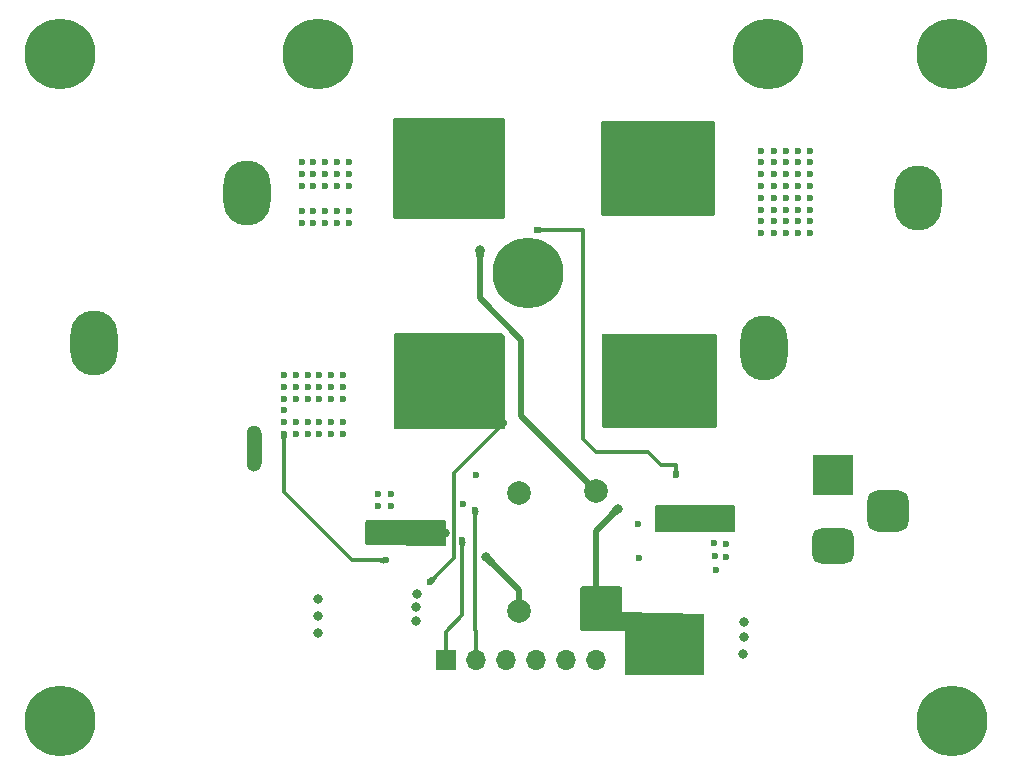
<source format=gbl>
G04 #@! TF.GenerationSoftware,KiCad,Pcbnew,8.0.4*
G04 #@! TF.CreationDate,2024-11-20T17:04:54-05:00*
G04 #@! TF.ProjectId,big_hbridge,6269675f-6862-4726-9964-67652e6b6963,rev?*
G04 #@! TF.SameCoordinates,Original*
G04 #@! TF.FileFunction,Copper,L4,Bot*
G04 #@! TF.FilePolarity,Positive*
%FSLAX46Y46*%
G04 Gerber Fmt 4.6, Leading zero omitted, Abs format (unit mm)*
G04 Created by KiCad (PCBNEW 8.0.4) date 2024-11-20 17:04:54*
%MOMM*%
%LPD*%
G01*
G04 APERTURE LIST*
G04 Aperture macros list*
%AMRoundRect*
0 Rectangle with rounded corners*
0 $1 Rounding radius*
0 $2 $3 $4 $5 $6 $7 $8 $9 X,Y pos of 4 corners*
0 Add a 4 corners polygon primitive as box body*
4,1,4,$2,$3,$4,$5,$6,$7,$8,$9,$2,$3,0*
0 Add four circle primitives for the rounded corners*
1,1,$1+$1,$2,$3*
1,1,$1+$1,$4,$5*
1,1,$1+$1,$6,$7*
1,1,$1+$1,$8,$9*
0 Add four rect primitives between the rounded corners*
20,1,$1+$1,$2,$3,$4,$5,0*
20,1,$1+$1,$4,$5,$6,$7,0*
20,1,$1+$1,$6,$7,$8,$9,0*
20,1,$1+$1,$8,$9,$2,$3,0*%
G04 Aperture macros list end*
G04 #@! TA.AperFunction,EtchedComponent*
%ADD10C,0.000000*%
G04 #@! TD*
G04 #@! TA.AperFunction,ComponentPad*
%ADD11O,4.000000X5.500000*%
G04 #@! TD*
G04 #@! TA.AperFunction,ComponentPad*
%ADD12R,3.500000X3.500000*%
G04 #@! TD*
G04 #@! TA.AperFunction,ComponentPad*
%ADD13RoundRect,0.750000X1.000000X-0.750000X1.000000X0.750000X-1.000000X0.750000X-1.000000X-0.750000X0*%
G04 #@! TD*
G04 #@! TA.AperFunction,ComponentPad*
%ADD14RoundRect,0.875000X0.875000X-0.875000X0.875000X0.875000X-0.875000X0.875000X-0.875000X-0.875000X0*%
G04 #@! TD*
G04 #@! TA.AperFunction,ComponentPad*
%ADD15C,2.000000*%
G04 #@! TD*
G04 #@! TA.AperFunction,ComponentPad*
%ADD16R,1.700000X1.700000*%
G04 #@! TD*
G04 #@! TA.AperFunction,ComponentPad*
%ADD17O,1.700000X1.700000*%
G04 #@! TD*
G04 #@! TA.AperFunction,ComponentPad*
%ADD18C,6.000000*%
G04 #@! TD*
G04 #@! TA.AperFunction,ComponentPad*
%ADD19C,1.300000*%
G04 #@! TD*
G04 #@! TA.AperFunction,ViaPad*
%ADD20C,0.500000*%
G04 #@! TD*
G04 #@! TA.AperFunction,ViaPad*
%ADD21C,0.600000*%
G04 #@! TD*
G04 #@! TA.AperFunction,ViaPad*
%ADD22C,0.800000*%
G04 #@! TD*
G04 #@! TA.AperFunction,Conductor*
%ADD23C,0.300000*%
G04 #@! TD*
G04 #@! TA.AperFunction,Conductor*
%ADD24C,0.500000*%
G04 #@! TD*
G04 APERTURE END LIST*
D10*
G04 #@! TA.AperFunction,EtchedComponent*
G36*
X20650000Y-38200000D02*
G01*
X19350000Y-38200000D01*
X19350000Y-35600000D01*
X20650000Y-35600000D01*
X20650000Y-38200000D01*
G37*
G04 #@! TD.AperFunction*
D11*
X63157671Y-28402415D03*
X76157671Y-15722415D03*
D12*
X68950000Y-39200000D03*
D13*
X68950000Y-45200000D03*
D14*
X73650000Y-42200000D03*
D15*
X48937501Y-50537501D03*
X48937501Y-40537501D03*
D16*
X36220000Y-54800000D03*
D17*
X38760000Y-54800000D03*
X41300000Y-54800000D03*
X43840000Y-54800000D03*
X46380000Y-54800000D03*
X48920000Y-54800000D03*
D18*
X3500000Y-60000000D03*
D15*
X42400000Y-50700000D03*
X42400000Y-40700000D03*
D18*
X79050000Y-3500000D03*
X3500000Y-3500000D03*
D11*
X6400000Y-28000000D03*
X19400000Y-15320000D03*
D18*
X79050000Y-60000000D03*
X63500000Y-3500000D03*
X43180000Y-22100000D03*
X25400000Y-3500000D03*
D19*
X20000000Y-38200000D03*
X20000000Y-35600000D03*
D20*
X38400000Y-33100000D03*
X33500000Y-30200000D03*
X32200000Y-34200000D03*
X38400000Y-29300000D03*
X34800000Y-32100000D03*
X39500000Y-29300000D03*
X39500000Y-33100000D03*
X37100000Y-27500000D03*
X37200000Y-29300000D03*
X32200000Y-33400000D03*
X39900000Y-27500000D03*
X32200000Y-29800000D03*
X38400000Y-31200000D03*
X40900000Y-29000000D03*
X33800000Y-34900000D03*
X39500000Y-30200000D03*
X33200000Y-27600000D03*
X40900000Y-29700000D03*
X39500000Y-31200000D03*
X41000000Y-32500000D03*
X37500000Y-34900000D03*
X35500000Y-27500000D03*
X32200000Y-34900000D03*
X34600000Y-34900000D03*
X40900000Y-28200000D03*
X36000000Y-29300000D03*
X39200000Y-34900000D03*
X34800000Y-33100000D03*
X36000000Y-32100000D03*
D21*
X34900000Y-48200000D03*
D20*
X33500000Y-29300000D03*
X32200000Y-31900000D03*
X32200000Y-31200000D03*
X37200000Y-32100000D03*
X37200000Y-33100000D03*
X33500000Y-31200000D03*
D21*
X41100000Y-34800000D03*
D20*
X39200000Y-27500000D03*
X35400000Y-34900000D03*
X33000000Y-34900000D03*
X34000000Y-27500000D03*
X32400000Y-27600000D03*
X32200000Y-32600000D03*
X33500000Y-32100000D03*
X36700000Y-34900000D03*
X40600000Y-27500000D03*
X36000000Y-31200000D03*
X34800000Y-29300000D03*
X36100000Y-34900000D03*
X37200000Y-31200000D03*
X32200000Y-30500000D03*
X41000000Y-31100000D03*
X40900000Y-30400000D03*
X40900000Y-31800000D03*
X38300000Y-34900000D03*
X34700000Y-27500000D03*
X38400000Y-30200000D03*
X40800000Y-34000000D03*
X38400000Y-27500000D03*
X32200000Y-28300000D03*
X38400000Y-32100000D03*
X39500000Y-32100000D03*
X34800000Y-31200000D03*
X37200000Y-30200000D03*
X34800000Y-30200000D03*
X40900000Y-33300000D03*
X32200000Y-29100000D03*
X37700000Y-27500000D03*
X36000000Y-30200000D03*
X36000000Y-33100000D03*
X40000000Y-34900000D03*
X36300000Y-27500000D03*
X33500000Y-33100000D03*
X39500000Y-9500000D03*
X39500000Y-12000000D03*
X40900000Y-11000000D03*
X33200000Y-9500000D03*
X32200000Y-16000000D03*
X34900000Y-16800000D03*
X37600000Y-16800000D03*
X36000000Y-13000000D03*
X37200000Y-13000000D03*
X38400000Y-13000000D03*
X38400000Y-12000000D03*
X38400000Y-14900000D03*
X33100000Y-16800000D03*
X32300000Y-9500000D03*
X40900000Y-13500000D03*
X34000000Y-16800000D03*
X40900000Y-10200000D03*
X34100000Y-9500000D03*
X36800000Y-9500000D03*
D22*
X39100000Y-20100000D03*
D20*
X40900000Y-15100000D03*
X40300000Y-9500000D03*
X39500000Y-14900000D03*
X33500000Y-12000000D03*
X40900000Y-16000000D03*
X34800000Y-13000000D03*
X32200000Y-13500000D03*
X38500000Y-16800000D03*
X32200000Y-15200000D03*
X39300000Y-16800000D03*
X32200000Y-11100000D03*
X32200000Y-10300000D03*
X40900000Y-12600000D03*
X34800000Y-13900000D03*
X39500000Y-13000000D03*
X39500000Y-13900000D03*
X37200000Y-14900000D03*
X38400000Y-11100000D03*
D21*
X55700000Y-39200000D03*
D20*
X40900000Y-16800000D03*
X36000000Y-11100000D03*
X35000000Y-9500000D03*
X32200000Y-11900000D03*
X33500000Y-11100000D03*
X36700000Y-16800000D03*
X38400000Y-13900000D03*
X33500000Y-13900000D03*
X32200000Y-16800000D03*
X32200000Y-14300000D03*
X34800000Y-11100000D03*
X40100000Y-16800000D03*
X37200000Y-11100000D03*
X34800000Y-12000000D03*
X36000000Y-12000000D03*
X36000000Y-14900000D03*
X37700000Y-9500000D03*
X38600000Y-9500000D03*
X40900000Y-14300000D03*
D21*
X43900000Y-18400000D03*
D20*
X35900000Y-9500000D03*
X39500000Y-11100000D03*
X34800000Y-14900000D03*
X40900000Y-11800000D03*
X33500000Y-14900000D03*
X33500000Y-13000000D03*
X32200000Y-12700000D03*
X36000000Y-13900000D03*
X37200000Y-13900000D03*
X35800000Y-16800000D03*
X37200000Y-12000000D03*
D21*
X31100000Y-46400000D03*
X22500000Y-32700000D03*
X64000000Y-13700000D03*
X26000000Y-13700000D03*
X66000000Y-14700000D03*
X26500000Y-32700000D03*
X22500000Y-30700000D03*
X26000000Y-14700000D03*
X67000000Y-15700000D03*
X23500000Y-34700000D03*
X65000000Y-16700000D03*
X66000000Y-15700000D03*
X22500000Y-34700000D03*
X25500000Y-31700000D03*
X67000000Y-11700000D03*
X64000000Y-15700000D03*
X65000000Y-11700000D03*
X26500000Y-30700000D03*
X67000000Y-16700000D03*
X64000000Y-18700000D03*
X26500000Y-34700000D03*
X62900000Y-18700000D03*
X25000000Y-14700000D03*
X26500000Y-35700000D03*
X27000000Y-12700000D03*
X25000000Y-13700000D03*
X65000000Y-15700000D03*
X65000000Y-12700000D03*
X67000000Y-17700000D03*
X27500000Y-35700000D03*
X28000000Y-13700000D03*
X67000000Y-13700000D03*
X25500000Y-34700000D03*
X62900000Y-14700000D03*
X28000000Y-17800000D03*
X22500000Y-33700000D03*
X22500000Y-35700000D03*
X25000000Y-12700000D03*
X23500000Y-35700000D03*
X64000000Y-17700000D03*
X24000000Y-13700000D03*
X27500000Y-31700000D03*
X27500000Y-34700000D03*
X66000000Y-13700000D03*
X64000000Y-14700000D03*
X25500000Y-30700000D03*
X25000000Y-16800000D03*
X24000000Y-17800000D03*
X65000000Y-18700000D03*
X24000000Y-14700000D03*
X23500000Y-32700000D03*
X24500000Y-31700000D03*
X66000000Y-18700000D03*
X22500000Y-31700000D03*
X62900000Y-17700000D03*
X65000000Y-13700000D03*
X24000000Y-16800000D03*
X26500000Y-31700000D03*
X24000000Y-12700000D03*
X28000000Y-14700000D03*
X25500000Y-32700000D03*
X24500000Y-35700000D03*
X66000000Y-16700000D03*
X64000000Y-11700000D03*
X27000000Y-16800000D03*
X25000000Y-17800000D03*
X24500000Y-30700000D03*
X64000000Y-16700000D03*
X62900000Y-16700000D03*
X62900000Y-13700000D03*
X65000000Y-14700000D03*
X66000000Y-12700000D03*
X66000000Y-11700000D03*
X25500000Y-35700000D03*
X28000000Y-16800000D03*
X27500000Y-30700000D03*
X28000000Y-12700000D03*
X26000000Y-12700000D03*
X66000000Y-17700000D03*
X67000000Y-14700000D03*
X67000000Y-18700000D03*
X27000000Y-17800000D03*
X23500000Y-31700000D03*
X27000000Y-14700000D03*
X65000000Y-17700000D03*
X26000000Y-16800000D03*
X62900000Y-12700000D03*
X27500000Y-32700000D03*
X62900000Y-11700000D03*
X64000000Y-12700000D03*
X27000000Y-13700000D03*
X24500000Y-32700000D03*
X67000000Y-12700000D03*
X26000000Y-17800000D03*
X23500000Y-30700000D03*
X24500000Y-34700000D03*
X62900000Y-15700000D03*
D20*
X57400000Y-14000000D03*
X50000000Y-30400000D03*
X57000000Y-27700000D03*
X56300000Y-14000000D03*
X53800000Y-30000000D03*
X53800000Y-9600000D03*
X52700000Y-27700000D03*
X56300000Y-12100000D03*
X58100000Y-16900000D03*
X55100000Y-15000000D03*
X55100000Y-13100000D03*
X56700000Y-16900000D03*
X53900000Y-11200000D03*
X56000000Y-9600000D03*
X57400000Y-15000000D03*
X56200000Y-31900000D03*
X55300000Y-9600000D03*
X52700000Y-15000000D03*
X53800000Y-29100000D03*
X56700000Y-9600000D03*
X50000000Y-27600000D03*
X50600000Y-9600000D03*
X56200000Y-27700000D03*
X58700000Y-10800000D03*
X55100000Y-14000000D03*
X56300000Y-15000000D03*
X58700000Y-12900000D03*
X50100000Y-13300000D03*
X52600000Y-30000000D03*
X51300000Y-31900000D03*
X55000000Y-31900000D03*
X56800000Y-34800000D03*
X58600000Y-27700000D03*
X55100000Y-12100000D03*
X55400000Y-27700000D03*
X52200000Y-34800000D03*
X55300000Y-34800000D03*
X52600000Y-32900000D03*
X52200000Y-9600000D03*
X50300000Y-16900000D03*
X50600000Y-34800000D03*
X58700000Y-11400000D03*
X49900000Y-32600000D03*
X57400000Y-11200000D03*
X57500000Y-9600000D03*
X58700000Y-13600000D03*
X49900000Y-28300000D03*
X57300000Y-31900000D03*
X50900000Y-27500000D03*
X52700000Y-11200000D03*
X53900000Y-14000000D03*
X53800000Y-31000000D03*
X50000000Y-10200000D03*
X56200000Y-30000000D03*
X55000000Y-31000000D03*
X52600000Y-29100000D03*
X51800000Y-27600000D03*
X55000000Y-30000000D03*
X58700000Y-15700000D03*
X57400000Y-12100000D03*
X58700000Y-33500000D03*
X50000000Y-15400000D03*
X49900000Y-34000000D03*
X51400000Y-14000000D03*
X54000000Y-16900000D03*
X58700000Y-15000000D03*
X53200000Y-16900000D03*
X52700000Y-12100000D03*
X56200000Y-32900000D03*
X52600000Y-31000000D03*
X58700000Y-12100000D03*
X58700000Y-34300000D03*
X55100000Y-11200000D03*
X53600000Y-34800000D03*
X55000000Y-29100000D03*
X50100000Y-12500000D03*
X54500000Y-9600000D03*
X57300000Y-30000000D03*
X53900000Y-12100000D03*
X56100000Y-34800000D03*
X57300000Y-31000000D03*
X57800000Y-27700000D03*
X58700000Y-28600000D03*
X50100000Y-11000000D03*
X57500000Y-34800000D03*
X51300000Y-31000000D03*
X58200000Y-9600000D03*
X52600000Y-31900000D03*
X53800000Y-31900000D03*
X53900000Y-13100000D03*
X51300000Y-32900000D03*
X50000000Y-28900000D03*
X52900000Y-34800000D03*
X50000000Y-13900000D03*
X51400000Y-9600000D03*
X51700000Y-16900000D03*
X50000000Y-31900000D03*
X51400000Y-12100000D03*
X49700000Y-16700000D03*
X49900000Y-31100000D03*
X52400000Y-16900000D03*
X51400000Y-13100000D03*
X51000000Y-16900000D03*
X50000000Y-14700000D03*
X56000000Y-16900000D03*
X52700000Y-14000000D03*
X51400000Y-34800000D03*
X58700000Y-32700000D03*
X51300000Y-30000000D03*
X56200000Y-31000000D03*
X58700000Y-31000000D03*
X54500000Y-27700000D03*
X50000000Y-33300000D03*
X50100000Y-11700000D03*
X49800000Y-34800000D03*
X57400000Y-16900000D03*
X54500000Y-34800000D03*
X52700000Y-13100000D03*
X51400000Y-15000000D03*
X53000000Y-9600000D03*
X57400000Y-13100000D03*
X57300000Y-29100000D03*
X53600000Y-27600000D03*
X58700000Y-31800000D03*
X57300000Y-32900000D03*
X58700000Y-29400000D03*
X56300000Y-11200000D03*
X53800000Y-32900000D03*
X50000000Y-29600000D03*
X58700000Y-10100000D03*
X56300000Y-13100000D03*
X58200000Y-34800000D03*
X55000000Y-32900000D03*
X58700000Y-30200000D03*
X58700000Y-14300000D03*
X55300000Y-16900000D03*
X51300000Y-29100000D03*
X56200000Y-29100000D03*
X51400000Y-11200000D03*
X50000000Y-16100000D03*
X54700000Y-16900000D03*
X58700000Y-16400000D03*
X53900000Y-15000000D03*
D21*
X31600000Y-41800000D03*
X59900000Y-45000000D03*
X31600000Y-40800000D03*
D22*
X25400000Y-52500000D03*
D21*
X59000000Y-46000000D03*
D22*
X61450000Y-52850000D03*
D21*
X30500000Y-41800000D03*
D22*
X61400000Y-54350000D03*
X25350000Y-49650000D03*
X61450000Y-51600000D03*
X25350000Y-51100000D03*
D21*
X59100000Y-47200000D03*
X30500000Y-40800000D03*
X59900000Y-46100000D03*
X58884690Y-44961563D03*
D22*
X36100000Y-44100000D03*
D21*
X31700000Y-43600000D03*
D22*
X56300000Y-42900000D03*
D21*
X30800000Y-43600000D03*
D22*
X33100000Y-44100000D03*
D21*
X58500000Y-42200000D03*
D22*
X57300000Y-42900000D03*
D21*
X30800000Y-44500000D03*
X52500000Y-43300000D03*
X60100000Y-42200000D03*
X30000000Y-44500000D03*
D22*
X34100000Y-44100000D03*
D21*
X52550000Y-46150000D03*
X37700000Y-41600000D03*
X58500000Y-43500000D03*
X30000000Y-43600000D03*
D22*
X54500000Y-42900000D03*
D21*
X31700000Y-44600000D03*
X60100000Y-43500000D03*
X38800000Y-39200000D03*
D22*
X55400000Y-42900000D03*
D21*
X59400000Y-42800000D03*
D22*
X35100000Y-44100000D03*
D21*
X37600000Y-44700000D03*
X38700000Y-42100000D03*
D22*
X33700000Y-51500000D03*
X33700000Y-50300000D03*
X39600000Y-46100000D03*
X33750000Y-49250000D03*
X52300000Y-52450000D03*
X52300000Y-51350000D03*
X52300000Y-53600000D03*
X50800000Y-42000000D03*
X52300000Y-54700000D03*
D23*
X34900000Y-48200000D02*
X36912499Y-46187501D01*
X36912499Y-38987501D02*
X41100000Y-34800000D01*
X36912499Y-46187501D02*
X36912499Y-38987501D01*
X54400000Y-38300000D02*
X55700000Y-38300000D01*
D24*
X42600000Y-27700000D02*
X39100000Y-24200000D01*
X42600000Y-34200000D02*
X42600000Y-27700000D01*
D23*
X55700000Y-38300000D02*
X55700000Y-39200000D01*
X53300000Y-37200000D02*
X54400000Y-38300000D01*
X48900000Y-37200000D02*
X53300000Y-37200000D01*
X47800000Y-18400000D02*
X47800000Y-36100000D01*
D24*
X39100000Y-24200000D02*
X39100000Y-20100000D01*
X48937501Y-40537501D02*
X42600000Y-34200000D01*
D23*
X47800000Y-36100000D02*
X48900000Y-37200000D01*
X43900000Y-18400000D02*
X47800000Y-18400000D01*
X22500000Y-40600000D02*
X22500000Y-35700000D01*
X28300000Y-46400000D02*
X22500000Y-40600000D01*
X31100000Y-46400000D02*
X28300000Y-46400000D01*
X36220000Y-52430000D02*
X36220000Y-54800000D01*
X37600000Y-51050000D02*
X36220000Y-52430000D01*
X37600000Y-44700000D02*
X37600000Y-51050000D01*
X38760000Y-52360000D02*
X38760000Y-54800000D01*
X38700000Y-42100000D02*
X38700000Y-52300000D01*
X38700000Y-52300000D02*
X38760000Y-52360000D01*
D24*
X42400000Y-50700000D02*
X42400000Y-48900000D01*
X42400000Y-48900000D02*
X39600000Y-46100000D01*
X48937501Y-50537501D02*
X48937501Y-43862499D01*
X48937501Y-43862499D02*
X50800000Y-42000000D01*
G04 #@! TA.AperFunction,Conductor*
G36*
X41004310Y-27169685D02*
G01*
X41024952Y-27186319D01*
X41163681Y-27325048D01*
X41197166Y-27386371D01*
X41200000Y-27412729D01*
X41200000Y-35176000D01*
X41180315Y-35243039D01*
X41127511Y-35288794D01*
X41076000Y-35300000D01*
X31924000Y-35300000D01*
X31856961Y-35280315D01*
X31811206Y-35227511D01*
X31800000Y-35176000D01*
X31800000Y-27274000D01*
X31819685Y-27206961D01*
X31872489Y-27161206D01*
X31924000Y-27150000D01*
X40937271Y-27150000D01*
X41004310Y-27169685D01*
G37*
G04 #@! TD.AperFunction*
G04 #@! TA.AperFunction,Conductor*
G36*
X41143039Y-8969685D02*
G01*
X41188794Y-9022489D01*
X41200000Y-9074000D01*
X41200000Y-17326000D01*
X41180315Y-17393039D01*
X41127511Y-17438794D01*
X41076000Y-17450000D01*
X31874000Y-17450000D01*
X31806961Y-17430315D01*
X31761206Y-17377511D01*
X31750000Y-17326000D01*
X31750000Y-9074000D01*
X31769685Y-9006961D01*
X31822489Y-8961206D01*
X31874000Y-8950000D01*
X41076000Y-8950000D01*
X41143039Y-8969685D01*
G37*
G04 #@! TD.AperFunction*
G04 #@! TA.AperFunction,Conductor*
G36*
X58943039Y-9219685D02*
G01*
X58988794Y-9272489D01*
X59000000Y-9324000D01*
X59000000Y-17076000D01*
X58980315Y-17143039D01*
X58927511Y-17188794D01*
X58876000Y-17200000D01*
X49474000Y-17200000D01*
X49406961Y-17180315D01*
X49361206Y-17127511D01*
X49350000Y-17076000D01*
X49350000Y-9324000D01*
X49369685Y-9256961D01*
X49422489Y-9211206D01*
X49474000Y-9200000D01*
X58876000Y-9200000D01*
X58943039Y-9219685D01*
G37*
G04 #@! TD.AperFunction*
G04 #@! TA.AperFunction,Conductor*
G36*
X36205038Y-43019685D02*
G01*
X36250793Y-43072489D01*
X36261999Y-43124000D01*
X36261999Y-45069570D01*
X36242314Y-45136609D01*
X36189510Y-45182364D01*
X36136277Y-45193558D01*
X29522278Y-45101698D01*
X29455518Y-45081084D01*
X29410501Y-45027650D01*
X29400000Y-44977710D01*
X29400000Y-43124000D01*
X29419685Y-43056961D01*
X29472489Y-43011206D01*
X29524000Y-43000000D01*
X36137999Y-43000000D01*
X36205038Y-43019685D01*
G37*
G04 #@! TD.AperFunction*
G04 #@! TA.AperFunction,Conductor*
G36*
X60643039Y-41719685D02*
G01*
X60688794Y-41772489D01*
X60700000Y-41824000D01*
X60700000Y-43876000D01*
X60680315Y-43943039D01*
X60627511Y-43988794D01*
X60576000Y-44000000D01*
X54024000Y-44000000D01*
X53956961Y-43980315D01*
X53911206Y-43927511D01*
X53900000Y-43876000D01*
X53900000Y-41824000D01*
X53919685Y-41756961D01*
X53972489Y-41711206D01*
X54024000Y-41700000D01*
X60576000Y-41700000D01*
X60643039Y-41719685D01*
G37*
G04 #@! TD.AperFunction*
G04 #@! TA.AperFunction,Conductor*
G36*
X59093039Y-27219685D02*
G01*
X59138794Y-27272489D01*
X59150000Y-27324000D01*
X59150000Y-35026000D01*
X59130315Y-35093039D01*
X59077511Y-35138794D01*
X59026000Y-35150000D01*
X49574000Y-35150000D01*
X49506961Y-35130315D01*
X49461206Y-35077511D01*
X49450000Y-35026000D01*
X49450000Y-27324000D01*
X49469685Y-27256961D01*
X49522489Y-27211206D01*
X49574000Y-27200000D01*
X59026000Y-27200000D01*
X59093039Y-27219685D01*
G37*
G04 #@! TD.AperFunction*
G04 #@! TA.AperFunction,Conductor*
G36*
X51043039Y-48619685D02*
G01*
X51088794Y-48672489D01*
X51100000Y-48724000D01*
X51100000Y-50800000D01*
X57977773Y-50898253D01*
X57983423Y-50900000D01*
X52200000Y-50900000D01*
X52200000Y-52400000D01*
X51400000Y-52400000D01*
X47724000Y-52400000D01*
X47656961Y-52380315D01*
X47611206Y-52327511D01*
X47600000Y-52276000D01*
X47600000Y-48724000D01*
X47619685Y-48656961D01*
X47672489Y-48611206D01*
X47724000Y-48600000D01*
X50976000Y-48600000D01*
X51043039Y-48619685D01*
G37*
G04 #@! TD.AperFunction*
G04 #@! TA.AperFunction,Conductor*
G36*
X58044523Y-50918893D02*
G01*
X58089519Y-50972345D01*
X58100000Y-51022240D01*
X58100000Y-55976000D01*
X58080315Y-56043039D01*
X58027511Y-56088794D01*
X57976000Y-56100000D01*
X51524000Y-56100000D01*
X51456961Y-56080315D01*
X51411206Y-56027511D01*
X51400000Y-55976000D01*
X51400000Y-52400000D01*
X52200000Y-52400000D01*
X52200000Y-50900000D01*
X57983421Y-50900000D01*
X58044523Y-50918893D01*
G37*
G04 #@! TD.AperFunction*
G04 #@! TA.AperFunction,Conductor*
G36*
X35224581Y-47676053D02*
G01*
X35423946Y-47875418D01*
X35427373Y-47883691D01*
X35425773Y-47889596D01*
X35182298Y-48306023D01*
X35175164Y-48311436D01*
X35167754Y-48310941D01*
X34903815Y-48202563D01*
X34897463Y-48196251D01*
X34897436Y-48196184D01*
X34789058Y-47932245D01*
X34789085Y-47923290D01*
X34793974Y-47917702D01*
X35210406Y-47674225D01*
X35219274Y-47673008D01*
X35224581Y-47676053D01*
G37*
G04 #@! TD.AperFunction*
G04 #@! TA.AperFunction,Conductor*
G36*
X41100707Y-34799293D02*
G01*
X41210941Y-35067753D01*
X41210914Y-35076708D01*
X41206024Y-35082297D01*
X41200000Y-35085819D01*
X41200000Y-35085820D01*
X40833677Y-35300000D01*
X40833676Y-35300000D01*
X40789596Y-35325772D01*
X40780725Y-35326990D01*
X40775418Y-35323945D01*
X40751473Y-35300000D01*
X40751472Y-35300000D01*
X40569670Y-35118198D01*
X40822836Y-34685195D01*
X41100707Y-34799293D01*
G37*
G04 #@! TD.AperFunction*
G04 #@! TA.AperFunction,Conductor*
G36*
X55849244Y-38603427D02*
G01*
X55852289Y-38608734D01*
X55974584Y-39075354D01*
X55973366Y-39084225D01*
X55967777Y-39089116D01*
X55704511Y-39199115D01*
X55695556Y-39199142D01*
X55695489Y-39199115D01*
X55432222Y-39089116D01*
X55425910Y-39082764D01*
X55425415Y-39075354D01*
X55547711Y-38608734D01*
X55553124Y-38601600D01*
X55559029Y-38600000D01*
X55840971Y-38600000D01*
X55849244Y-38603427D01*
G37*
G04 #@! TD.AperFunction*
G04 #@! TA.AperFunction,Conductor*
G36*
X39485939Y-20099964D02*
G01*
X39494202Y-20103412D01*
X39497608Y-20111693D01*
X39497408Y-20113820D01*
X39351790Y-20890456D01*
X39346897Y-20897956D01*
X39340290Y-20900000D01*
X38859710Y-20900000D01*
X38851437Y-20896573D01*
X38848210Y-20890456D01*
X38702591Y-20113820D01*
X38704435Y-20105057D01*
X38711935Y-20100164D01*
X38714052Y-20099964D01*
X39100000Y-20099000D01*
X39485939Y-20099964D01*
G37*
G04 #@! TD.AperFunction*
G04 #@! TA.AperFunction,Conductor*
G36*
X44491267Y-18247711D02*
G01*
X44498400Y-18253123D01*
X44500000Y-18259028D01*
X44500000Y-18540971D01*
X44496573Y-18549244D01*
X44491266Y-18552289D01*
X44024645Y-18674584D01*
X44015774Y-18673366D01*
X44010883Y-18667777D01*
X43999902Y-18641497D01*
X43900883Y-18404509D01*
X43900857Y-18395556D01*
X43900862Y-18395542D01*
X44010883Y-18132221D01*
X44017235Y-18125910D01*
X44024645Y-18125415D01*
X44491267Y-18247711D01*
G37*
G04 #@! TD.AperFunction*
G04 #@! TA.AperFunction,Conductor*
G36*
X22741497Y-35799902D02*
G01*
X22767777Y-35810883D01*
X22774089Y-35817235D01*
X22774584Y-35824645D01*
X22652289Y-36291266D01*
X22646876Y-36298400D01*
X22640971Y-36300000D01*
X22359029Y-36300000D01*
X22350756Y-36296573D01*
X22347711Y-36291266D01*
X22225415Y-35824645D01*
X22226633Y-35815774D01*
X22232221Y-35810883D01*
X22495490Y-35700883D01*
X22504444Y-35700857D01*
X22741497Y-35799902D01*
G37*
G04 #@! TD.AperFunction*
G04 #@! TA.AperFunction,Conductor*
G36*
X30984225Y-46126633D02*
G01*
X30989116Y-46132222D01*
X31099115Y-46395489D01*
X31099142Y-46404444D01*
X31099115Y-46404511D01*
X30989116Y-46667777D01*
X30982764Y-46674089D01*
X30975354Y-46674584D01*
X30508734Y-46552289D01*
X30501600Y-46546876D01*
X30500000Y-46540971D01*
X30500000Y-46259028D01*
X30503427Y-46250755D01*
X30508731Y-46247711D01*
X30975354Y-46125415D01*
X30984225Y-46126633D01*
G37*
G04 #@! TD.AperFunction*
G04 #@! TA.AperFunction,Conductor*
G36*
X37841497Y-44799902D02*
G01*
X37867777Y-44810883D01*
X37874089Y-44817235D01*
X37874584Y-44824645D01*
X37752289Y-45291266D01*
X37746876Y-45298400D01*
X37740971Y-45300000D01*
X37459029Y-45300000D01*
X37450756Y-45296573D01*
X37447711Y-45291266D01*
X37325415Y-44824645D01*
X37326633Y-44815774D01*
X37332221Y-44810883D01*
X37595490Y-44700883D01*
X37604444Y-44700857D01*
X37841497Y-44799902D01*
G37*
G04 #@! TD.AperFunction*
G04 #@! TA.AperFunction,Conductor*
G36*
X38941497Y-42199902D02*
G01*
X38967777Y-42210883D01*
X38974089Y-42217235D01*
X38974584Y-42224645D01*
X38852289Y-42691266D01*
X38846876Y-42698400D01*
X38840971Y-42700000D01*
X38559029Y-42700000D01*
X38550756Y-42696573D01*
X38547711Y-42691266D01*
X38425415Y-42224645D01*
X38426633Y-42215774D01*
X38432221Y-42210883D01*
X38695490Y-42100883D01*
X38704444Y-42100857D01*
X38941497Y-42199902D01*
G37*
G04 #@! TD.AperFunction*
G04 #@! TA.AperFunction,Conductor*
G36*
X39889421Y-45827117D02*
G01*
X39890783Y-45828762D01*
X40336978Y-46480895D01*
X40338822Y-46489658D01*
X40335595Y-46495775D01*
X39995775Y-46835595D01*
X39987502Y-46839022D01*
X39980895Y-46836978D01*
X39328762Y-46390783D01*
X39323869Y-46383283D01*
X39325713Y-46374520D01*
X39327075Y-46372875D01*
X39599251Y-46099335D01*
X39599293Y-46099293D01*
X39872875Y-45827075D01*
X39881156Y-45823669D01*
X39889421Y-45827117D01*
G37*
G04 #@! TD.AperFunction*
G04 #@! TA.AperFunction,Conductor*
G36*
X50525479Y-41725713D02*
G01*
X50527124Y-41727075D01*
X50800707Y-41999293D01*
X50800749Y-41999335D01*
X51072924Y-42272875D01*
X51076330Y-42281156D01*
X51072882Y-42289421D01*
X51071237Y-42290783D01*
X50419104Y-42736978D01*
X50410341Y-42738822D01*
X50404224Y-42735595D01*
X50064404Y-42395775D01*
X50060977Y-42387502D01*
X50063021Y-42380895D01*
X50509217Y-41728761D01*
X50516716Y-41723869D01*
X50525479Y-41725713D01*
G37*
G04 #@! TD.AperFunction*
M02*

</source>
